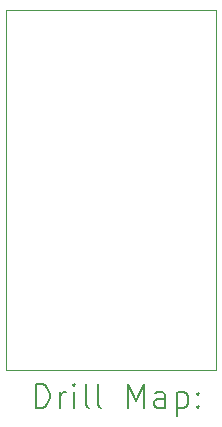
<source format=gbr>
%TF.GenerationSoftware,KiCad,Pcbnew,7.0.9*%
%TF.CreationDate,2024-04-24T12:06:25-07:00*%
%TF.ProjectId,sop28-to-dip-24-rom-adapter,736f7032-382d-4746-9f2d-6469702d3234,2B*%
%TF.SameCoordinates,Original*%
%TF.FileFunction,Drillmap*%
%TF.FilePolarity,Positive*%
%FSLAX45Y45*%
G04 Gerber Fmt 4.5, Leading zero omitted, Abs format (unit mm)*
G04 Created by KiCad (PCBNEW 7.0.9) date 2024-04-24 12:06:25*
%MOMM*%
%LPD*%
G01*
G04 APERTURE LIST*
%ADD10C,0.100000*%
%ADD11C,0.200000*%
G04 APERTURE END LIST*
D10*
X12573000Y-8001000D02*
X14351000Y-8001000D01*
X14351000Y-11049000D01*
X12573000Y-11049000D01*
X12573000Y-8001000D01*
D11*
X12828777Y-11365484D02*
X12828777Y-11165484D01*
X12828777Y-11165484D02*
X12876396Y-11165484D01*
X12876396Y-11165484D02*
X12904967Y-11175008D01*
X12904967Y-11175008D02*
X12924015Y-11194055D01*
X12924015Y-11194055D02*
X12933539Y-11213103D01*
X12933539Y-11213103D02*
X12943062Y-11251198D01*
X12943062Y-11251198D02*
X12943062Y-11279769D01*
X12943062Y-11279769D02*
X12933539Y-11317865D01*
X12933539Y-11317865D02*
X12924015Y-11336912D01*
X12924015Y-11336912D02*
X12904967Y-11355960D01*
X12904967Y-11355960D02*
X12876396Y-11365484D01*
X12876396Y-11365484D02*
X12828777Y-11365484D01*
X13028777Y-11365484D02*
X13028777Y-11232150D01*
X13028777Y-11270246D02*
X13038301Y-11251198D01*
X13038301Y-11251198D02*
X13047824Y-11241674D01*
X13047824Y-11241674D02*
X13066872Y-11232150D01*
X13066872Y-11232150D02*
X13085920Y-11232150D01*
X13152586Y-11365484D02*
X13152586Y-11232150D01*
X13152586Y-11165484D02*
X13143062Y-11175008D01*
X13143062Y-11175008D02*
X13152586Y-11184531D01*
X13152586Y-11184531D02*
X13162110Y-11175008D01*
X13162110Y-11175008D02*
X13152586Y-11165484D01*
X13152586Y-11165484D02*
X13152586Y-11184531D01*
X13276396Y-11365484D02*
X13257348Y-11355960D01*
X13257348Y-11355960D02*
X13247824Y-11336912D01*
X13247824Y-11336912D02*
X13247824Y-11165484D01*
X13381158Y-11365484D02*
X13362110Y-11355960D01*
X13362110Y-11355960D02*
X13352586Y-11336912D01*
X13352586Y-11336912D02*
X13352586Y-11165484D01*
X13609729Y-11365484D02*
X13609729Y-11165484D01*
X13609729Y-11165484D02*
X13676396Y-11308341D01*
X13676396Y-11308341D02*
X13743062Y-11165484D01*
X13743062Y-11165484D02*
X13743062Y-11365484D01*
X13924015Y-11365484D02*
X13924015Y-11260722D01*
X13924015Y-11260722D02*
X13914491Y-11241674D01*
X13914491Y-11241674D02*
X13895443Y-11232150D01*
X13895443Y-11232150D02*
X13857348Y-11232150D01*
X13857348Y-11232150D02*
X13838301Y-11241674D01*
X13924015Y-11355960D02*
X13904967Y-11365484D01*
X13904967Y-11365484D02*
X13857348Y-11365484D01*
X13857348Y-11365484D02*
X13838301Y-11355960D01*
X13838301Y-11355960D02*
X13828777Y-11336912D01*
X13828777Y-11336912D02*
X13828777Y-11317865D01*
X13828777Y-11317865D02*
X13838301Y-11298817D01*
X13838301Y-11298817D02*
X13857348Y-11289293D01*
X13857348Y-11289293D02*
X13904967Y-11289293D01*
X13904967Y-11289293D02*
X13924015Y-11279769D01*
X14019253Y-11232150D02*
X14019253Y-11432150D01*
X14019253Y-11241674D02*
X14038301Y-11232150D01*
X14038301Y-11232150D02*
X14076396Y-11232150D01*
X14076396Y-11232150D02*
X14095443Y-11241674D01*
X14095443Y-11241674D02*
X14104967Y-11251198D01*
X14104967Y-11251198D02*
X14114491Y-11270246D01*
X14114491Y-11270246D02*
X14114491Y-11327388D01*
X14114491Y-11327388D02*
X14104967Y-11346436D01*
X14104967Y-11346436D02*
X14095443Y-11355960D01*
X14095443Y-11355960D02*
X14076396Y-11365484D01*
X14076396Y-11365484D02*
X14038301Y-11365484D01*
X14038301Y-11365484D02*
X14019253Y-11355960D01*
X14200205Y-11346436D02*
X14209729Y-11355960D01*
X14209729Y-11355960D02*
X14200205Y-11365484D01*
X14200205Y-11365484D02*
X14190682Y-11355960D01*
X14190682Y-11355960D02*
X14200205Y-11346436D01*
X14200205Y-11346436D02*
X14200205Y-11365484D01*
X14200205Y-11241674D02*
X14209729Y-11251198D01*
X14209729Y-11251198D02*
X14200205Y-11260722D01*
X14200205Y-11260722D02*
X14190682Y-11251198D01*
X14190682Y-11251198D02*
X14200205Y-11241674D01*
X14200205Y-11241674D02*
X14200205Y-11260722D01*
M02*

</source>
